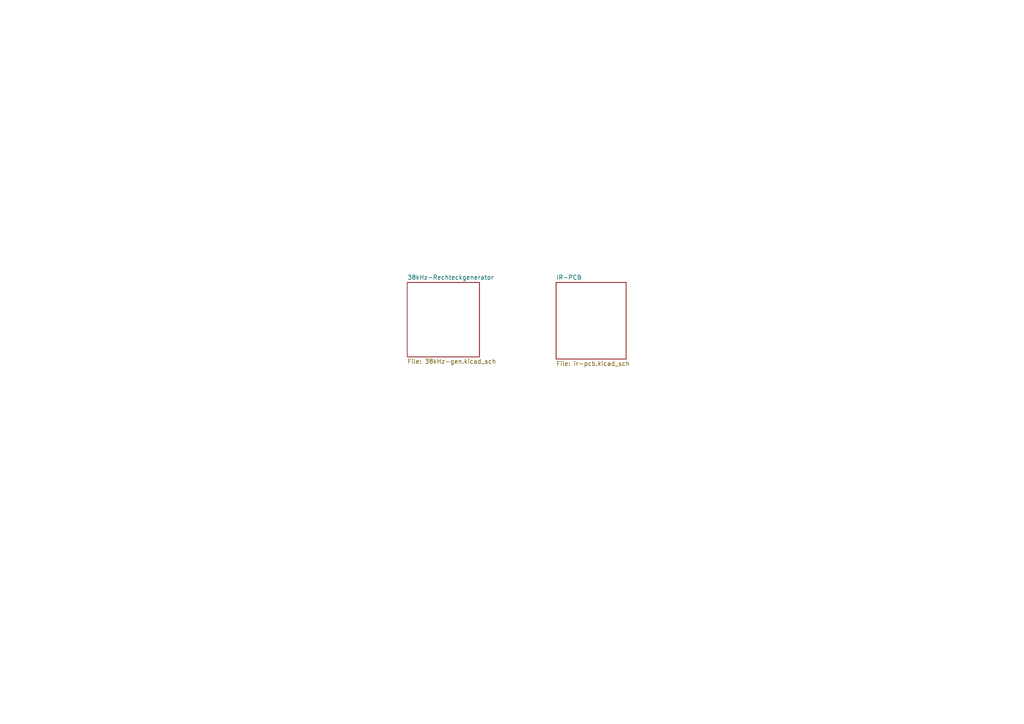
<source format=kicad_sch>
(kicad_sch (version 20211123) (generator eeschema)
  (paper "A4")
  (lib_symbols)
  (sheet (at 118.11 81.915) (size 20.955 21.59) (stroke (width 0.1524))
    (property "Sheet name" "38kHz-Rechteckgenerator" (at 118.11 81.2034 0) (effects (justify left bottom)))
    (property "Sheet file" "38kHz-gen.kicad_sch" (at 118.11 104.0896 0) (effects (justify left top)))
  )
  (sheet (at 161.29 81.915) (size 20.32 22.225) (stroke (width 0.1524))
    (property "Sheet name" "IR-PCB" (at 161.29 81.2034 0) (effects (justify left bottom)))
    (property "Sheet file" "ir-pcb.kicad_sch" (at 161.29 104.7246 0) (effects (justify left top)))
  )
)
</source>
